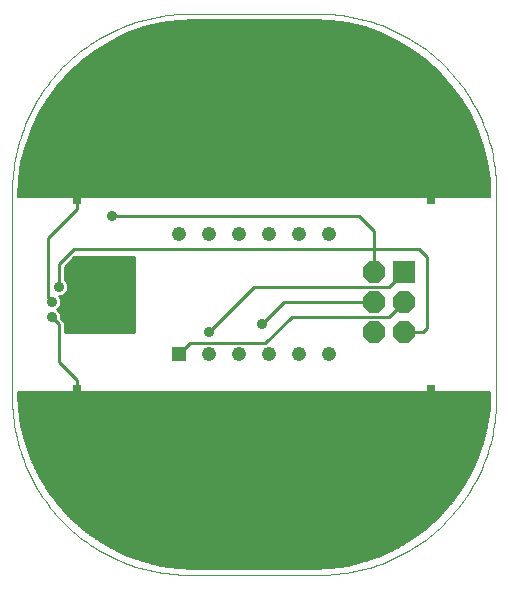
<source format=gtl>
G75*
%MOIN*%
%OFA0B0*%
%FSLAX24Y24*%
%IPPOS*%
%LPD*%
%AMOC8*
5,1,8,0,0,1.08239X$1,22.5*
%
%ADD10C,0.0000*%
%ADD11R,0.0476X0.0476*%
%ADD12C,0.0476*%
%ADD13C,0.0050*%
%ADD14R,0.0250X0.0500*%
%ADD15R,0.0740X0.0740*%
%ADD16OC8,0.0740*%
%ADD17C,0.0100*%
%ADD18C,0.0357*%
D10*
X002589Y006965D02*
X002589Y013855D01*
X002591Y014007D01*
X002597Y014159D01*
X002607Y014311D01*
X002620Y014462D01*
X002638Y014613D01*
X002659Y014764D01*
X002685Y014914D01*
X002714Y015063D01*
X002747Y015212D01*
X002784Y015359D01*
X002824Y015506D01*
X002869Y015651D01*
X002917Y015795D01*
X002969Y015938D01*
X003024Y016080D01*
X003083Y016220D01*
X003146Y016359D01*
X003212Y016496D01*
X003282Y016631D01*
X003355Y016764D01*
X003432Y016895D01*
X003512Y017025D01*
X003595Y017152D01*
X003681Y017277D01*
X003771Y017400D01*
X003864Y017520D01*
X003960Y017638D01*
X004059Y017754D01*
X004161Y017867D01*
X004265Y017977D01*
X004373Y018085D01*
X004483Y018189D01*
X004596Y018291D01*
X004712Y018390D01*
X004830Y018486D01*
X004950Y018579D01*
X005073Y018669D01*
X005198Y018755D01*
X005325Y018838D01*
X005455Y018918D01*
X005586Y018995D01*
X005719Y019068D01*
X005854Y019138D01*
X005991Y019204D01*
X006130Y019267D01*
X006270Y019326D01*
X006412Y019381D01*
X006555Y019433D01*
X006699Y019481D01*
X006844Y019526D01*
X006991Y019566D01*
X007138Y019603D01*
X007287Y019636D01*
X007436Y019665D01*
X007586Y019691D01*
X007737Y019712D01*
X007888Y019730D01*
X008039Y019743D01*
X008191Y019753D01*
X008343Y019759D01*
X008495Y019761D01*
X008495Y019760D02*
X012825Y019760D01*
X012825Y019761D02*
X012977Y019759D01*
X013129Y019753D01*
X013281Y019743D01*
X013432Y019730D01*
X013583Y019712D01*
X013734Y019691D01*
X013884Y019665D01*
X014033Y019636D01*
X014182Y019603D01*
X014329Y019566D01*
X014476Y019526D01*
X014621Y019481D01*
X014765Y019433D01*
X014908Y019381D01*
X015050Y019326D01*
X015190Y019267D01*
X015329Y019204D01*
X015466Y019138D01*
X015601Y019068D01*
X015734Y018995D01*
X015865Y018918D01*
X015995Y018838D01*
X016122Y018755D01*
X016247Y018669D01*
X016370Y018579D01*
X016490Y018486D01*
X016608Y018390D01*
X016724Y018291D01*
X016837Y018189D01*
X016947Y018085D01*
X017055Y017977D01*
X017159Y017867D01*
X017261Y017754D01*
X017360Y017638D01*
X017456Y017520D01*
X017549Y017400D01*
X017639Y017277D01*
X017725Y017152D01*
X017808Y017025D01*
X017888Y016895D01*
X017965Y016764D01*
X018038Y016631D01*
X018108Y016496D01*
X018174Y016359D01*
X018237Y016220D01*
X018296Y016080D01*
X018351Y015938D01*
X018403Y015795D01*
X018451Y015651D01*
X018496Y015506D01*
X018536Y015359D01*
X018573Y015212D01*
X018606Y015063D01*
X018635Y014914D01*
X018661Y014764D01*
X018682Y014613D01*
X018700Y014462D01*
X018713Y014311D01*
X018723Y014159D01*
X018729Y014007D01*
X018731Y013855D01*
X018731Y006965D01*
X018729Y006813D01*
X018723Y006661D01*
X018713Y006509D01*
X018700Y006358D01*
X018682Y006207D01*
X018661Y006056D01*
X018635Y005906D01*
X018606Y005757D01*
X018573Y005608D01*
X018536Y005461D01*
X018496Y005314D01*
X018451Y005169D01*
X018403Y005025D01*
X018351Y004882D01*
X018296Y004740D01*
X018237Y004600D01*
X018174Y004461D01*
X018108Y004324D01*
X018038Y004189D01*
X017965Y004056D01*
X017888Y003925D01*
X017808Y003795D01*
X017725Y003668D01*
X017639Y003543D01*
X017549Y003420D01*
X017456Y003300D01*
X017360Y003182D01*
X017261Y003066D01*
X017159Y002953D01*
X017055Y002843D01*
X016947Y002735D01*
X016837Y002631D01*
X016724Y002529D01*
X016608Y002430D01*
X016490Y002334D01*
X016370Y002241D01*
X016247Y002151D01*
X016122Y002065D01*
X015995Y001982D01*
X015865Y001902D01*
X015734Y001825D01*
X015601Y001752D01*
X015466Y001682D01*
X015329Y001616D01*
X015190Y001553D01*
X015050Y001494D01*
X014908Y001439D01*
X014765Y001387D01*
X014621Y001339D01*
X014476Y001294D01*
X014329Y001254D01*
X014182Y001217D01*
X014033Y001184D01*
X013884Y001155D01*
X013734Y001129D01*
X013583Y001108D01*
X013432Y001090D01*
X013281Y001077D01*
X013129Y001067D01*
X012977Y001061D01*
X012825Y001059D01*
X012825Y001060D02*
X008495Y001060D01*
X008495Y001059D02*
X008343Y001061D01*
X008191Y001067D01*
X008039Y001077D01*
X007888Y001090D01*
X007737Y001108D01*
X007586Y001129D01*
X007436Y001155D01*
X007287Y001184D01*
X007138Y001217D01*
X006991Y001254D01*
X006844Y001294D01*
X006699Y001339D01*
X006555Y001387D01*
X006412Y001439D01*
X006270Y001494D01*
X006130Y001553D01*
X005991Y001616D01*
X005854Y001682D01*
X005719Y001752D01*
X005586Y001825D01*
X005455Y001902D01*
X005325Y001982D01*
X005198Y002065D01*
X005073Y002151D01*
X004950Y002241D01*
X004830Y002334D01*
X004712Y002430D01*
X004596Y002529D01*
X004483Y002631D01*
X004373Y002735D01*
X004265Y002843D01*
X004161Y002953D01*
X004059Y003066D01*
X003960Y003182D01*
X003864Y003300D01*
X003771Y003420D01*
X003681Y003543D01*
X003595Y003668D01*
X003512Y003795D01*
X003432Y003925D01*
X003355Y004056D01*
X003282Y004189D01*
X003212Y004324D01*
X003146Y004461D01*
X003083Y004600D01*
X003024Y004740D01*
X002969Y004882D01*
X002917Y005025D01*
X002869Y005169D01*
X002824Y005314D01*
X002784Y005461D01*
X002747Y005608D01*
X002714Y005757D01*
X002685Y005906D01*
X002659Y006056D01*
X002638Y006207D01*
X002620Y006358D01*
X002607Y006509D01*
X002597Y006661D01*
X002591Y006813D01*
X002589Y006965D01*
D11*
X008160Y008410D03*
D12*
X009160Y008410D03*
X010160Y008410D03*
X011160Y008410D03*
X012160Y008410D03*
X013160Y008410D03*
X013160Y012410D03*
X012160Y012410D03*
X011160Y012410D03*
X010160Y012410D03*
X009160Y012410D03*
X008160Y012410D03*
D13*
X003781Y003879D02*
X004126Y003414D01*
X004516Y002984D01*
X004945Y002595D01*
X005411Y002250D01*
X005908Y001952D01*
X006432Y001704D01*
X006977Y001509D01*
X007539Y001368D01*
X008113Y001283D01*
X008691Y001254D01*
X012629Y001254D01*
X013207Y001283D01*
X013781Y001368D01*
X014343Y001509D01*
X014888Y001704D01*
X015412Y001952D01*
X015909Y002250D01*
X016375Y002595D01*
X016804Y002984D01*
X017194Y003414D01*
X017539Y003879D01*
X017837Y004376D01*
X018084Y004900D01*
X018280Y005446D01*
X018421Y006008D01*
X018506Y006581D01*
X018534Y007160D01*
X002786Y007160D01*
X002814Y006581D01*
X002899Y006008D01*
X003040Y005446D01*
X003236Y004900D01*
X003483Y004376D01*
X003781Y003879D01*
X003794Y003862D02*
X017526Y003862D01*
X017558Y003911D02*
X003762Y003911D01*
X003733Y003959D02*
X017587Y003959D01*
X017616Y004008D02*
X003704Y004008D01*
X003675Y004056D02*
X017645Y004056D01*
X017674Y004105D02*
X003646Y004105D01*
X003617Y004153D02*
X017703Y004153D01*
X017732Y004202D02*
X003588Y004202D01*
X003559Y004250D02*
X017761Y004250D01*
X017790Y004299D02*
X003530Y004299D01*
X003500Y004347D02*
X017820Y004347D01*
X017846Y004396D02*
X003474Y004396D01*
X003451Y004444D02*
X017869Y004444D01*
X017892Y004493D02*
X003428Y004493D01*
X003405Y004541D02*
X017915Y004541D01*
X017938Y004590D02*
X003382Y004590D01*
X003359Y004638D02*
X017961Y004638D01*
X017984Y004687D02*
X003336Y004687D01*
X003313Y004735D02*
X018007Y004735D01*
X018030Y004784D02*
X003290Y004784D01*
X003267Y004832D02*
X018053Y004832D01*
X018075Y004881D02*
X003245Y004881D01*
X003225Y004929D02*
X018095Y004929D01*
X018112Y004978D02*
X003208Y004978D01*
X003190Y005026D02*
X018130Y005026D01*
X018147Y005075D02*
X003173Y005075D01*
X003156Y005123D02*
X018164Y005123D01*
X018182Y005172D02*
X003138Y005172D01*
X003121Y005220D02*
X018199Y005220D01*
X018216Y005269D02*
X003104Y005269D01*
X003086Y005317D02*
X018234Y005317D01*
X018251Y005366D02*
X003069Y005366D01*
X003051Y005414D02*
X018269Y005414D01*
X018284Y005463D02*
X003036Y005463D01*
X003024Y005511D02*
X018296Y005511D01*
X018308Y005560D02*
X003012Y005560D01*
X003000Y005608D02*
X018320Y005608D01*
X018333Y005657D02*
X002987Y005657D01*
X002975Y005705D02*
X018345Y005705D01*
X018357Y005754D02*
X002963Y005754D01*
X002951Y005802D02*
X018369Y005802D01*
X018381Y005851D02*
X002939Y005851D01*
X002927Y005899D02*
X018393Y005899D01*
X018406Y005948D02*
X002914Y005948D01*
X002902Y005996D02*
X018418Y005996D01*
X018426Y006045D02*
X002894Y006045D01*
X002887Y006093D02*
X018433Y006093D01*
X018440Y006142D02*
X002880Y006142D01*
X002872Y006190D02*
X018448Y006190D01*
X018455Y006239D02*
X002865Y006239D01*
X002858Y006287D02*
X018462Y006287D01*
X018469Y006336D02*
X002851Y006336D01*
X002844Y006384D02*
X018476Y006384D01*
X018484Y006433D02*
X002836Y006433D01*
X002829Y006481D02*
X018491Y006481D01*
X018498Y006530D02*
X002822Y006530D01*
X002815Y006578D02*
X018505Y006578D01*
X018508Y006627D02*
X002812Y006627D01*
X002810Y006675D02*
X018510Y006675D01*
X018513Y006724D02*
X002807Y006724D01*
X002805Y006772D02*
X018515Y006772D01*
X018517Y006821D02*
X002803Y006821D01*
X002800Y006869D02*
X018520Y006869D01*
X018522Y006918D02*
X002798Y006918D01*
X002795Y006966D02*
X018525Y006966D01*
X018527Y007015D02*
X002793Y007015D01*
X002791Y007063D02*
X018529Y007063D01*
X018532Y007112D02*
X002788Y007112D01*
X003830Y003814D02*
X017490Y003814D01*
X017455Y003765D02*
X003865Y003765D01*
X003901Y003717D02*
X017419Y003717D01*
X017383Y003668D02*
X003937Y003668D01*
X003973Y003620D02*
X017347Y003620D01*
X017311Y003571D02*
X004009Y003571D01*
X004045Y003523D02*
X017275Y003523D01*
X017239Y003474D02*
X004081Y003474D01*
X004117Y003426D02*
X017203Y003426D01*
X017161Y003377D02*
X004159Y003377D01*
X004203Y003329D02*
X017117Y003329D01*
X017073Y003280D02*
X004247Y003280D01*
X004291Y003232D02*
X017029Y003232D01*
X016985Y003183D02*
X004335Y003183D01*
X004379Y003135D02*
X016941Y003135D01*
X016897Y003086D02*
X004423Y003086D01*
X004467Y003038D02*
X016853Y003038D01*
X016809Y002989D02*
X004511Y002989D01*
X004563Y002941D02*
X016757Y002941D01*
X016703Y002892D02*
X004617Y002892D01*
X004670Y002844D02*
X016650Y002844D01*
X016596Y002795D02*
X004724Y002795D01*
X004777Y002747D02*
X016543Y002747D01*
X016489Y002698D02*
X004831Y002698D01*
X004884Y002650D02*
X016436Y002650D01*
X016382Y002601D02*
X004938Y002601D01*
X005002Y002553D02*
X016318Y002553D01*
X016253Y002504D02*
X005067Y002504D01*
X005133Y002456D02*
X016187Y002456D01*
X016122Y002407D02*
X005198Y002407D01*
X005263Y002359D02*
X016057Y002359D01*
X015991Y002310D02*
X005329Y002310D01*
X005394Y002262D02*
X015926Y002262D01*
X015849Y002213D02*
X005471Y002213D01*
X005552Y002165D02*
X015768Y002165D01*
X015687Y002116D02*
X005633Y002116D01*
X005714Y002068D02*
X015606Y002068D01*
X015525Y002019D02*
X005795Y002019D01*
X005876Y001971D02*
X015444Y001971D01*
X015350Y001922D02*
X005970Y001922D01*
X006072Y001874D02*
X015248Y001874D01*
X015145Y001825D02*
X006175Y001825D01*
X006277Y001777D02*
X015043Y001777D01*
X014940Y001728D02*
X006380Y001728D01*
X006499Y001680D02*
X014821Y001680D01*
X014686Y001631D02*
X006634Y001631D01*
X006770Y001583D02*
X014550Y001583D01*
X014415Y001534D02*
X006905Y001534D01*
X007068Y001486D02*
X014252Y001486D01*
X014058Y001437D02*
X007262Y001437D01*
X007456Y001389D02*
X013864Y001389D01*
X013595Y001340D02*
X007725Y001340D01*
X008052Y001292D02*
X013268Y001292D01*
X018534Y013660D02*
X002786Y013660D01*
X002814Y014239D01*
X002899Y014812D01*
X003040Y015374D01*
X003236Y015920D01*
X003483Y016444D01*
X003781Y016941D01*
X004126Y017406D01*
X004516Y017836D01*
X004945Y018225D01*
X005411Y018570D01*
X005908Y018868D01*
X006432Y019116D01*
X006977Y019311D01*
X007539Y019452D01*
X008113Y019537D01*
X008691Y019566D01*
X012629Y019566D01*
X013207Y019537D01*
X013781Y019452D01*
X014343Y019311D01*
X014888Y019116D01*
X015412Y018868D01*
X015909Y018570D01*
X016375Y018225D01*
X016804Y017836D01*
X017194Y017406D01*
X017539Y016941D01*
X017837Y016444D01*
X018084Y015920D01*
X018280Y015374D01*
X018421Y014812D01*
X018506Y014239D01*
X018534Y013660D01*
X018532Y013708D02*
X002788Y013708D01*
X002791Y013757D02*
X018529Y013757D01*
X018527Y013805D02*
X002793Y013805D01*
X002795Y013854D02*
X018525Y013854D01*
X018522Y013902D02*
X002798Y013902D01*
X002800Y013951D02*
X018520Y013951D01*
X018517Y013999D02*
X002803Y013999D01*
X002805Y014048D02*
X018515Y014048D01*
X018513Y014096D02*
X002807Y014096D01*
X002810Y014145D02*
X018510Y014145D01*
X018508Y014193D02*
X002812Y014193D01*
X002815Y014242D02*
X018505Y014242D01*
X018498Y014290D02*
X002822Y014290D01*
X002829Y014339D02*
X018491Y014339D01*
X018484Y014387D02*
X002836Y014387D01*
X002844Y014436D02*
X018476Y014436D01*
X018469Y014484D02*
X002851Y014484D01*
X002858Y014533D02*
X018462Y014533D01*
X018455Y014581D02*
X002865Y014581D01*
X002872Y014630D02*
X018448Y014630D01*
X018440Y014678D02*
X002880Y014678D01*
X002887Y014727D02*
X018433Y014727D01*
X018426Y014775D02*
X002894Y014775D01*
X002902Y014824D02*
X018418Y014824D01*
X018406Y014872D02*
X002914Y014872D01*
X002927Y014921D02*
X018393Y014921D01*
X018381Y014969D02*
X002939Y014969D01*
X002951Y015018D02*
X018369Y015018D01*
X018357Y015066D02*
X002963Y015066D01*
X002975Y015115D02*
X018345Y015115D01*
X018333Y015163D02*
X002987Y015163D01*
X003000Y015212D02*
X018320Y015212D01*
X018308Y015260D02*
X003012Y015260D01*
X003024Y015309D02*
X018296Y015309D01*
X018284Y015357D02*
X003036Y015357D01*
X003051Y015406D02*
X018269Y015406D01*
X018251Y015454D02*
X003069Y015454D01*
X003086Y015503D02*
X018234Y015503D01*
X018216Y015551D02*
X003104Y015551D01*
X003121Y015600D02*
X018199Y015600D01*
X018182Y015648D02*
X003138Y015648D01*
X003156Y015697D02*
X018164Y015697D01*
X018147Y015745D02*
X003173Y015745D01*
X003190Y015794D02*
X018130Y015794D01*
X018112Y015842D02*
X003208Y015842D01*
X003225Y015891D02*
X018095Y015891D01*
X018075Y015939D02*
X003245Y015939D01*
X003267Y015988D02*
X018053Y015988D01*
X018030Y016036D02*
X003290Y016036D01*
X003313Y016085D02*
X018007Y016085D01*
X017984Y016133D02*
X003336Y016133D01*
X003359Y016182D02*
X017961Y016182D01*
X017938Y016230D02*
X003382Y016230D01*
X003405Y016279D02*
X017915Y016279D01*
X017892Y016327D02*
X003428Y016327D01*
X003451Y016376D02*
X017869Y016376D01*
X017846Y016424D02*
X003474Y016424D01*
X003500Y016473D02*
X017820Y016473D01*
X017790Y016521D02*
X003530Y016521D01*
X003559Y016570D02*
X017761Y016570D01*
X017732Y016618D02*
X003588Y016618D01*
X003617Y016667D02*
X017703Y016667D01*
X017674Y016715D02*
X003646Y016715D01*
X003675Y016764D02*
X017645Y016764D01*
X017616Y016812D02*
X003704Y016812D01*
X003733Y016861D02*
X017587Y016861D01*
X017558Y016909D02*
X003762Y016909D01*
X003794Y016958D02*
X017526Y016958D01*
X017490Y017006D02*
X003830Y017006D01*
X003865Y017055D02*
X017455Y017055D01*
X017419Y017103D02*
X003901Y017103D01*
X003937Y017152D02*
X017383Y017152D01*
X017347Y017200D02*
X003973Y017200D01*
X004009Y017249D02*
X017311Y017249D01*
X017275Y017297D02*
X004045Y017297D01*
X004081Y017346D02*
X017239Y017346D01*
X017203Y017394D02*
X004117Y017394D01*
X004159Y017443D02*
X017161Y017443D01*
X017117Y017491D02*
X004203Y017491D01*
X004247Y017540D02*
X017073Y017540D01*
X017029Y017588D02*
X004291Y017588D01*
X004335Y017637D02*
X016985Y017637D01*
X016941Y017685D02*
X004379Y017685D01*
X004423Y017734D02*
X016897Y017734D01*
X016853Y017782D02*
X004467Y017782D01*
X004511Y017831D02*
X016809Y017831D01*
X016757Y017879D02*
X004563Y017879D01*
X004617Y017928D02*
X016703Y017928D01*
X016650Y017976D02*
X004670Y017976D01*
X004724Y018025D02*
X016596Y018025D01*
X016543Y018073D02*
X004777Y018073D01*
X004831Y018122D02*
X016489Y018122D01*
X016436Y018170D02*
X004884Y018170D01*
X004938Y018219D02*
X016382Y018219D01*
X016318Y018267D02*
X005002Y018267D01*
X005067Y018316D02*
X016253Y018316D01*
X016187Y018364D02*
X005133Y018364D01*
X005198Y018413D02*
X016122Y018413D01*
X016057Y018461D02*
X005263Y018461D01*
X005329Y018510D02*
X015991Y018510D01*
X015926Y018558D02*
X005394Y018558D01*
X005471Y018607D02*
X015849Y018607D01*
X015768Y018655D02*
X005552Y018655D01*
X005633Y018704D02*
X015687Y018704D01*
X015606Y018752D02*
X005714Y018752D01*
X005795Y018801D02*
X015525Y018801D01*
X015444Y018849D02*
X005876Y018849D01*
X005970Y018898D02*
X015350Y018898D01*
X015248Y018946D02*
X006072Y018946D01*
X006175Y018995D02*
X015145Y018995D01*
X015043Y019043D02*
X006277Y019043D01*
X006380Y019092D02*
X014940Y019092D01*
X014821Y019140D02*
X006499Y019140D01*
X006634Y019189D02*
X014686Y019189D01*
X014550Y019237D02*
X006770Y019237D01*
X006905Y019286D02*
X014415Y019286D01*
X014252Y019334D02*
X007068Y019334D01*
X007262Y019383D02*
X014058Y019383D01*
X013864Y019431D02*
X007456Y019431D01*
X007725Y019480D02*
X013595Y019480D01*
X013268Y019528D02*
X008052Y019528D01*
D14*
X004754Y013660D03*
X004754Y007160D03*
X016566Y007160D03*
X016566Y013660D03*
D15*
X015660Y011160D03*
D16*
X015660Y010160D03*
X015660Y009160D03*
X014660Y009160D03*
X014660Y010160D03*
X014660Y011160D03*
D17*
X014660Y012535D01*
X014160Y013035D01*
X005910Y013035D01*
X004754Y013254D02*
X004754Y013660D01*
X004754Y013254D02*
X003785Y012285D01*
X003785Y010285D01*
X003910Y010160D01*
X004104Y009917D02*
X006660Y009917D01*
X006660Y009819D02*
X004178Y009819D01*
X004171Y009835D02*
X004096Y009910D01*
X004171Y009985D01*
X004218Y010099D01*
X004218Y010221D01*
X004171Y010335D01*
X004155Y010352D01*
X004221Y010352D01*
X004335Y010399D01*
X004421Y010485D01*
X004468Y010599D01*
X004468Y010721D01*
X004421Y010835D01*
X004340Y010916D01*
X004340Y011335D01*
X004665Y011660D01*
X006660Y011660D01*
X006660Y009160D01*
X004340Y009160D01*
X004340Y009485D01*
X004218Y009606D01*
X004218Y009721D01*
X004171Y009835D01*
X004218Y009720D02*
X006660Y009720D01*
X006660Y009622D02*
X004218Y009622D01*
X004301Y009523D02*
X006660Y009523D01*
X006660Y009425D02*
X004340Y009425D01*
X004340Y009326D02*
X006660Y009326D01*
X006660Y009228D02*
X004340Y009228D01*
X004160Y009410D02*
X003910Y009660D01*
X004160Y009410D02*
X004160Y008160D01*
X004754Y007566D01*
X004754Y007160D01*
X004184Y010016D02*
X006660Y010016D01*
X006660Y010114D02*
X004218Y010114D01*
X004218Y010213D02*
X006660Y010213D01*
X006660Y010311D02*
X004181Y010311D01*
X004346Y010410D02*
X006660Y010410D01*
X006660Y010509D02*
X004431Y010509D01*
X004468Y010607D02*
X006660Y010607D01*
X006660Y010706D02*
X004468Y010706D01*
X004434Y010804D02*
X006660Y010804D01*
X006660Y010903D02*
X004354Y010903D01*
X004340Y011001D02*
X006660Y011001D01*
X006660Y011100D02*
X004340Y011100D01*
X004340Y011198D02*
X006660Y011198D01*
X006660Y011297D02*
X004340Y011297D01*
X004400Y011395D02*
X006660Y011395D01*
X006660Y011494D02*
X004498Y011494D01*
X004597Y011592D02*
X006660Y011592D01*
X004660Y011910D02*
X016160Y011910D01*
X016410Y011660D01*
X016410Y009285D01*
X016285Y009160D01*
X015660Y009160D01*
X015160Y009660D02*
X011910Y009660D01*
X011035Y008785D01*
X008535Y008785D01*
X008160Y008410D01*
X009160Y009160D02*
X010660Y010660D01*
X015160Y010660D01*
X015660Y011160D01*
X015660Y010160D02*
X015160Y009660D01*
X014660Y010160D02*
X011660Y010160D01*
X010910Y009410D01*
X004660Y011910D02*
X004160Y011410D01*
X004160Y010660D01*
D18*
X004160Y010660D03*
X003910Y010160D03*
X003910Y009660D03*
X004660Y009910D03*
X005160Y010785D03*
X005910Y010160D03*
X005910Y013035D03*
X009160Y009160D03*
X010910Y009410D03*
M02*

</source>
